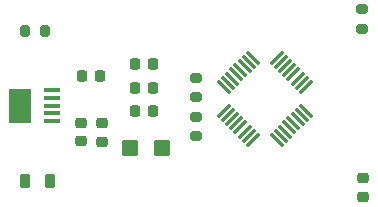
<source format=gbr>
%TF.GenerationSoftware,KiCad,Pcbnew,(6.0.6)*%
%TF.CreationDate,2022-08-11T21:01:34+01:00*%
%TF.ProjectId,FTDI MCU programmer,46544449-204d-4435-9520-70726f677261,REV1.0*%
%TF.SameCoordinates,Original*%
%TF.FileFunction,Paste,Top*%
%TF.FilePolarity,Positive*%
%FSLAX46Y46*%
G04 Gerber Fmt 4.6, Leading zero omitted, Abs format (unit mm)*
G04 Created by KiCad (PCBNEW (6.0.6)) date 2022-08-11 21:01:34*
%MOMM*%
%LPD*%
G01*
G04 APERTURE LIST*
G04 Aperture macros list*
%AMRoundRect*
0 Rectangle with rounded corners*
0 $1 Rounding radius*
0 $2 $3 $4 $5 $6 $7 $8 $9 X,Y pos of 4 corners*
0 Add a 4 corners polygon primitive as box body*
4,1,4,$2,$3,$4,$5,$6,$7,$8,$9,$2,$3,0*
0 Add four circle primitives for the rounded corners*
1,1,$1+$1,$2,$3*
1,1,$1+$1,$4,$5*
1,1,$1+$1,$6,$7*
1,1,$1+$1,$8,$9*
0 Add four rect primitives between the rounded corners*
20,1,$1+$1,$2,$3,$4,$5,0*
20,1,$1+$1,$4,$5,$6,$7,0*
20,1,$1+$1,$6,$7,$8,$9,0*
20,1,$1+$1,$8,$9,$2,$3,0*%
G04 Aperture macros list end*
%ADD10RoundRect,0.075000X-0.530330X0.424264X0.424264X-0.530330X0.530330X-0.424264X-0.424264X0.530330X0*%
%ADD11RoundRect,0.075000X-0.530330X-0.424264X-0.424264X-0.530330X0.530330X0.424264X0.424264X0.530330X0*%
%ADD12RoundRect,0.225000X-0.225000X-0.250000X0.225000X-0.250000X0.225000X0.250000X-0.225000X0.250000X0*%
%ADD13R,1.350000X0.400000*%
%ADD14R,1.900000X2.900000*%
%ADD15RoundRect,0.218750X0.218750X0.256250X-0.218750X0.256250X-0.218750X-0.256250X0.218750X-0.256250X0*%
%ADD16RoundRect,0.200000X0.275000X-0.200000X0.275000X0.200000X-0.275000X0.200000X-0.275000X-0.200000X0*%
%ADD17RoundRect,0.225000X-0.250000X0.225000X-0.250000X-0.225000X0.250000X-0.225000X0.250000X0.225000X0*%
%ADD18RoundRect,0.218750X-0.218750X-0.381250X0.218750X-0.381250X0.218750X0.381250X-0.218750X0.381250X0*%
%ADD19RoundRect,0.250000X-0.450000X-0.425000X0.450000X-0.425000X0.450000X0.425000X-0.450000X0.425000X0*%
%ADD20RoundRect,0.225000X0.250000X-0.225000X0.250000X0.225000X-0.250000X0.225000X-0.250000X-0.225000X0*%
%ADD21RoundRect,0.200000X0.200000X0.275000X-0.200000X0.275000X-0.200000X-0.275000X0.200000X-0.275000X0*%
%ADD22RoundRect,0.200000X-0.275000X0.200000X-0.275000X-0.200000X0.275000X-0.200000X0.275000X0.200000X0*%
G04 APERTURE END LIST*
D10*
%TO.C,U1*%
X146794973Y-54912099D03*
X146441419Y-55265652D03*
X146087866Y-55619206D03*
X145734313Y-55972759D03*
X145380759Y-56326313D03*
X145027206Y-56679866D03*
X144673652Y-57033419D03*
X144320099Y-57386973D03*
D11*
X144320099Y-59402227D03*
X144673652Y-59755781D03*
X145027206Y-60109334D03*
X145380759Y-60462887D03*
X145734313Y-60816441D03*
X146087866Y-61169994D03*
X146441419Y-61523548D03*
X146794973Y-61877101D03*
D10*
X148810227Y-61877101D03*
X149163781Y-61523548D03*
X149517334Y-61169994D03*
X149870887Y-60816441D03*
X150224441Y-60462887D03*
X150577994Y-60109334D03*
X150931548Y-59755781D03*
X151285101Y-59402227D03*
D11*
X151285101Y-57386973D03*
X150931548Y-57033419D03*
X150577994Y-56679866D03*
X150224441Y-56326313D03*
X149870887Y-55972759D03*
X149517334Y-55619206D03*
X149163781Y-55265652D03*
X148810227Y-54912099D03*
%TD*%
D12*
%TO.C,C2*%
X132325000Y-56475000D03*
X133875000Y-56475000D03*
%TD*%
D13*
%TO.C,J3*%
X129769000Y-60278800D03*
X129769000Y-59628800D03*
X129769000Y-58978800D03*
X129769000Y-58328800D03*
X129769000Y-57678800D03*
D14*
X127094000Y-58978800D03*
%TD*%
D15*
%TO.C,TX*%
X138362500Y-57475000D03*
X136787500Y-57475000D03*
%TD*%
%TO.C,ON*%
X138362500Y-59400000D03*
X136787500Y-59400000D03*
%TD*%
D16*
%TO.C,R3*%
X141980000Y-58245000D03*
X141980000Y-56595000D03*
%TD*%
D17*
%TO.C,C3*%
X134000000Y-60475000D03*
X134000000Y-62025000D03*
%TD*%
D16*
%TO.C,R1*%
X156057600Y-52463200D03*
X156057600Y-50813200D03*
%TD*%
D18*
%TO.C,FB1*%
X127512500Y-65350000D03*
X129637500Y-65350000D03*
%TD*%
D19*
%TO.C,C4*%
X136400000Y-62525000D03*
X139100000Y-62525000D03*
%TD*%
D15*
%TO.C,RX*%
X138362500Y-55475000D03*
X136787500Y-55475000D03*
%TD*%
D20*
%TO.C,C5*%
X132250000Y-62000000D03*
X132250000Y-60450000D03*
%TD*%
D17*
%TO.C,C1*%
X156133800Y-65138000D03*
X156133800Y-66688000D03*
%TD*%
D21*
%TO.C,R4*%
X129175000Y-52650000D03*
X127525000Y-52650000D03*
%TD*%
D22*
%TO.C,R2*%
X141950000Y-59925000D03*
X141950000Y-61575000D03*
%TD*%
M02*

</source>
